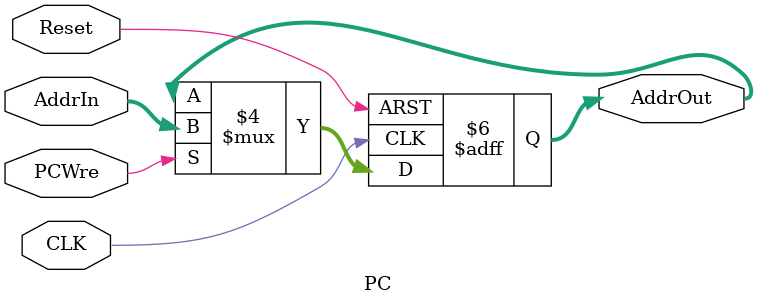
<source format=v>
`timescale 1ns / 1ps


module PC(
    input CLK,
    input Reset,
    input PCWre,
    input[31:0] AddrIn,
    output reg[31:0] AddrOut
    );
    //initially PC is 0
    initial
    begin
        AddrOut = 0;
    end
    
    //each time when reset is 1 or CLK posedge comes
    always@(posedge CLK or posedge Reset)
    begin
        if(Reset)
        begin
            AddrOut = 0;
        end
        else if(PCWre)
        begin
            AddrOut = AddrIn;
        end
    end
endmodule

</source>
